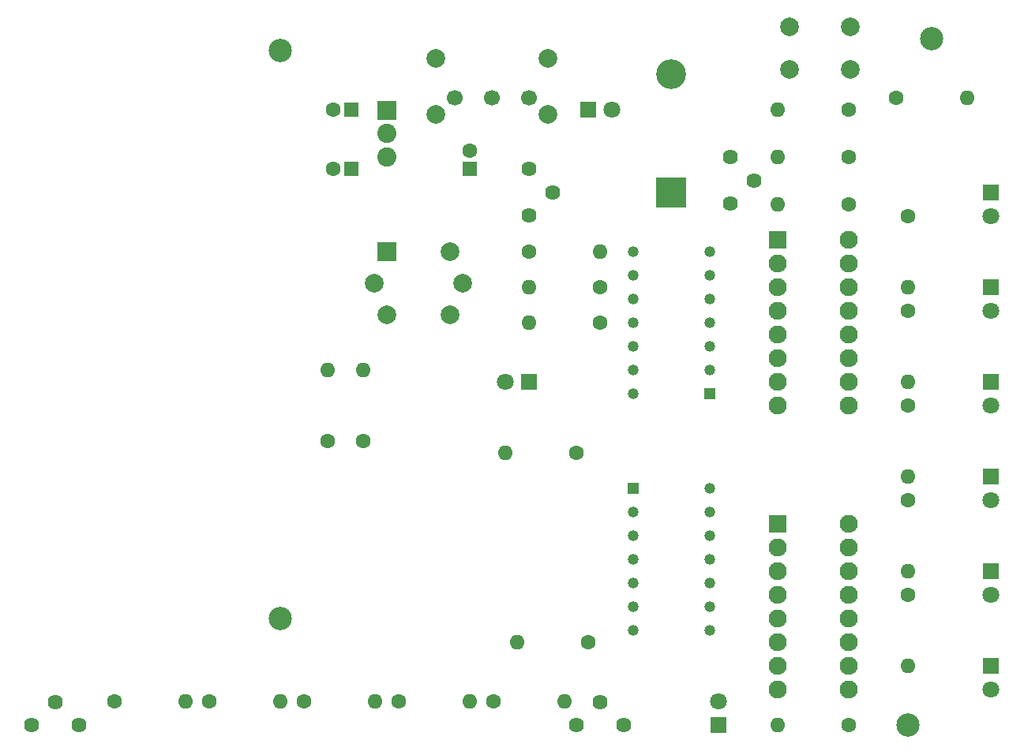
<source format=gbr>
%TF.GenerationSoftware,KiCad,Pcbnew,(5.1.9)-1*%
%TF.CreationDate,2021-03-27T11:21:30+01:00*%
%TF.ProjectId,alkoholmeter1,616c6b6f-686f-46c6-9d65-746572312e6b,rev?*%
%TF.SameCoordinates,Original*%
%TF.FileFunction,Soldermask,Bot*%
%TF.FilePolarity,Negative*%
%FSLAX46Y46*%
G04 Gerber Fmt 4.6, Leading zero omitted, Abs format (unit mm)*
G04 Created by KiCad (PCBNEW (5.1.9)-1) date 2021-03-27 11:21:30*
%MOMM*%
%LPD*%
G01*
G04 APERTURE LIST*
%ADD10C,2.500000*%
%ADD11C,2.000000*%
%ADD12C,1.700000*%
%ADD13O,3.200000X3.200000*%
%ADD14R,3.200000X3.200000*%
%ADD15R,2.000000X2.000000*%
%ADD16C,2.055000*%
%ADD17R,2.055000X2.055000*%
%ADD18C,1.930400*%
%ADD19R,1.930400X1.930400*%
%ADD20C,1.180000*%
%ADD21R,1.180000X1.180000*%
%ADD22C,1.620000*%
%ADD23O,1.600000X1.600000*%
%ADD24C,1.600000*%
%ADD25C,1.800000*%
%ADD26R,1.800000X1.800000*%
%ADD27R,1.600000X1.600000*%
G04 APERTURE END LIST*
D10*
%TO.C,H4*%
X194310000Y-128270000D03*
%TD*%
%TO.C,H3*%
X196850000Y-54610000D03*
%TD*%
%TO.C,H2*%
X127000000Y-116840000D03*
%TD*%
%TO.C,H1*%
X127000000Y-55880000D03*
%TD*%
D11*
%TO.C,SW2*%
X188110000Y-53340000D03*
X188110000Y-57840000D03*
X181610000Y-53340000D03*
X181610000Y-57840000D03*
%TD*%
D12*
%TO.C,SW1*%
X145670000Y-60960000D03*
X149670000Y-60960000D03*
X153670000Y-60960000D03*
D11*
X155670000Y-56710000D03*
X143670000Y-56710000D03*
X143670000Y-62710000D03*
X155670000Y-62710000D03*
%TD*%
D13*
%TO.C,D8*%
X168910000Y-58420000D03*
D14*
X168910000Y-71120000D03*
%TD*%
D11*
%TO.C,U?1*%
X145150000Y-77470000D03*
X145150000Y-84190000D03*
X138430000Y-84190000D03*
D15*
X138430000Y-77470000D03*
D11*
X146540000Y-80830000D03*
X137040000Y-80830000D03*
%TD*%
D16*
%TO.C,U5*%
X138430000Y-67310000D03*
X138430000Y-64775000D03*
D17*
X138430000Y-62240000D03*
%TD*%
D18*
%TO.C,U4*%
X187960000Y-106680000D03*
X187960000Y-109220000D03*
X187960000Y-111760000D03*
X187960000Y-114300000D03*
X187960000Y-116840000D03*
X187960000Y-119380000D03*
X187960000Y-121920000D03*
X187960000Y-124460000D03*
X180340000Y-116840000D03*
X180340000Y-119380000D03*
X180340000Y-114300000D03*
X180340000Y-111760000D03*
X180340000Y-124460000D03*
X180340000Y-121920000D03*
X180340000Y-109220000D03*
D19*
X180340000Y-106680000D03*
%TD*%
D18*
%TO.C,U3*%
X187960000Y-76200000D03*
X187960000Y-78740000D03*
X187960000Y-81280000D03*
X187960000Y-83820000D03*
X187960000Y-86360000D03*
X187960000Y-88900000D03*
X187960000Y-91440000D03*
X187960000Y-93980000D03*
X180340000Y-86360000D03*
X180340000Y-88900000D03*
X180340000Y-83820000D03*
X180340000Y-81280000D03*
X180340000Y-93980000D03*
X180340000Y-91440000D03*
X180340000Y-78740000D03*
D19*
X180340000Y-76200000D03*
%TD*%
D20*
%TO.C,U2*%
X164782500Y-92710000D03*
X164782500Y-90170000D03*
X164782500Y-87630000D03*
X164782500Y-85090000D03*
X164782500Y-82550000D03*
X164782500Y-80010000D03*
X164782500Y-77470000D03*
X173037500Y-77470000D03*
X173037500Y-80010000D03*
X173037500Y-82550000D03*
X173037500Y-85090000D03*
X173037500Y-87630000D03*
X173037500Y-90170000D03*
D21*
X173037500Y-92710000D03*
%TD*%
D20*
%TO.C,U1*%
X173037500Y-102870000D03*
X173037500Y-105410000D03*
X173037500Y-107950000D03*
X173037500Y-110490000D03*
X173037500Y-113030000D03*
X173037500Y-115570000D03*
X173037500Y-118110000D03*
X164782500Y-118110000D03*
X164782500Y-115570000D03*
X164782500Y-113030000D03*
X164782500Y-110490000D03*
X164782500Y-107950000D03*
X164782500Y-105410000D03*
D21*
X164782500Y-102870000D03*
%TD*%
D22*
%TO.C,RV4*%
X175260000Y-67310000D03*
X177760000Y-69810000D03*
X175260000Y-72310000D03*
%TD*%
%TO.C,RV3*%
X153670000Y-68580000D03*
X156170000Y-71080000D03*
X153670000Y-73580000D03*
%TD*%
%TO.C,RV2*%
X158750000Y-128270000D03*
X161250000Y-125770000D03*
X163750000Y-128270000D03*
%TD*%
%TO.C,RV1*%
X100330000Y-128270000D03*
X102830000Y-125770000D03*
X105330000Y-128270000D03*
%TD*%
D23*
%TO.C,R22*%
X151130000Y-99060000D03*
D24*
X158750000Y-99060000D03*
%TD*%
D23*
%TO.C,R21*%
X180340000Y-67310000D03*
D24*
X187960000Y-67310000D03*
%TD*%
D23*
%TO.C,R20*%
X194310000Y-121920000D03*
D24*
X194310000Y-114300000D03*
%TD*%
D23*
%TO.C,R19*%
X180340000Y-72390000D03*
D24*
X187960000Y-72390000D03*
%TD*%
D23*
%TO.C,R18*%
X194310000Y-111760000D03*
D24*
X194310000Y-104140000D03*
%TD*%
D23*
%TO.C,R17*%
X180340000Y-62230000D03*
D24*
X187960000Y-62230000D03*
%TD*%
D23*
%TO.C,R16*%
X194310000Y-101600000D03*
D24*
X194310000Y-93980000D03*
%TD*%
D23*
%TO.C,R15*%
X152400000Y-119380000D03*
D24*
X160020000Y-119380000D03*
%TD*%
D23*
%TO.C,R14*%
X194310000Y-91440000D03*
D24*
X194310000Y-83820000D03*
%TD*%
D23*
%TO.C,R13*%
X194310000Y-81280000D03*
D24*
X194310000Y-73660000D03*
%TD*%
D23*
%TO.C,R12*%
X153670000Y-85090000D03*
D24*
X161290000Y-85090000D03*
%TD*%
D23*
%TO.C,R11*%
X161290000Y-77470000D03*
D24*
X153670000Y-77470000D03*
%TD*%
D23*
%TO.C,R10*%
X153670000Y-81280000D03*
D24*
X161290000Y-81280000D03*
%TD*%
D23*
%TO.C,R9*%
X200660000Y-60960000D03*
D24*
X193040000Y-60960000D03*
%TD*%
D23*
%TO.C,R8*%
X132080000Y-90170000D03*
D24*
X132080000Y-97790000D03*
%TD*%
D23*
%TO.C,R7*%
X135890000Y-90170000D03*
D24*
X135890000Y-97790000D03*
%TD*%
D23*
%TO.C,R6*%
X180340000Y-128270000D03*
D24*
X187960000Y-128270000D03*
%TD*%
D23*
%TO.C,R5*%
X157480000Y-125730000D03*
D24*
X149860000Y-125730000D03*
%TD*%
D23*
%TO.C,R4*%
X147320000Y-125730000D03*
D24*
X139700000Y-125730000D03*
%TD*%
D23*
%TO.C,R3*%
X137160000Y-125730000D03*
D24*
X129540000Y-125730000D03*
%TD*%
D23*
%TO.C,R2*%
X127000000Y-125730000D03*
D24*
X119380000Y-125730000D03*
%TD*%
D23*
%TO.C,R1*%
X116840000Y-125730000D03*
D24*
X109220000Y-125730000D03*
%TD*%
D25*
%TO.C,D10*%
X151130000Y-91440000D03*
D26*
X153670000Y-91440000D03*
%TD*%
D25*
%TO.C,D9*%
X203200000Y-124460000D03*
D26*
X203200000Y-121920000D03*
%TD*%
D25*
%TO.C,D7*%
X203200000Y-114300000D03*
D26*
X203200000Y-111760000D03*
%TD*%
D25*
%TO.C,D6*%
X203200000Y-104140000D03*
D26*
X203200000Y-101600000D03*
%TD*%
D25*
%TO.C,D5*%
X203200000Y-93980000D03*
D26*
X203200000Y-91440000D03*
%TD*%
D25*
%TO.C,D4*%
X162560000Y-62230000D03*
D26*
X160020000Y-62230000D03*
%TD*%
D25*
%TO.C,D3*%
X203200000Y-83820000D03*
D26*
X203200000Y-81280000D03*
%TD*%
D25*
%TO.C,D2*%
X203200000Y-73660000D03*
D26*
X203200000Y-71120000D03*
%TD*%
D25*
%TO.C,D1*%
X173990000Y-125730000D03*
D26*
X173990000Y-128270000D03*
%TD*%
D24*
%TO.C,C3*%
X132620000Y-68580000D03*
D27*
X134620000Y-68580000D03*
%TD*%
D24*
%TO.C,C2*%
X147320000Y-66580000D03*
D27*
X147320000Y-68580000D03*
%TD*%
D24*
%TO.C,C1*%
X132620000Y-62230000D03*
D27*
X134620000Y-62230000D03*
%TD*%
M02*

</source>
